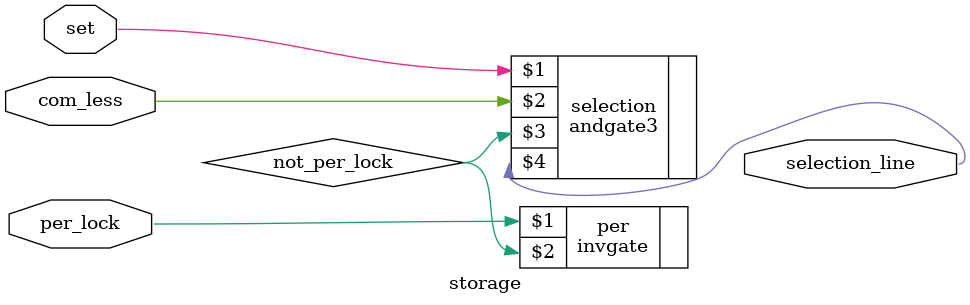
<source format=v>
module storage (set,per_lock,com_less,selection_line);
input set,per_lock,com_less;
output selection_line;

wire not_per_lock;

invgate per (per_lock,not_per_lock);

andgate3 selection (set,com_less,not_per_lock,selection_line);

endmodule 
</source>
